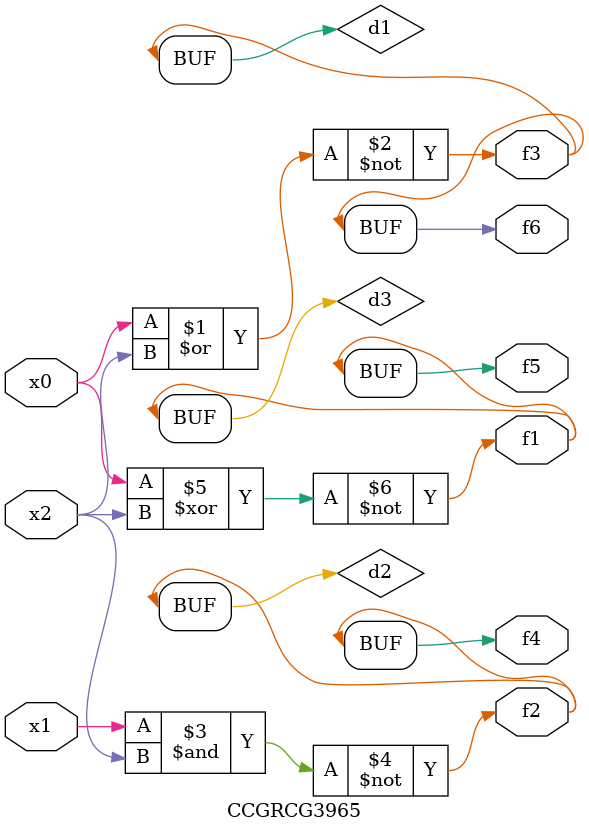
<source format=v>
module CCGRCG3965(
	input x0, x1, x2,
	output f1, f2, f3, f4, f5, f6
);

	wire d1, d2, d3;

	nor (d1, x0, x2);
	nand (d2, x1, x2);
	xnor (d3, x0, x2);
	assign f1 = d3;
	assign f2 = d2;
	assign f3 = d1;
	assign f4 = d2;
	assign f5 = d3;
	assign f6 = d1;
endmodule

</source>
